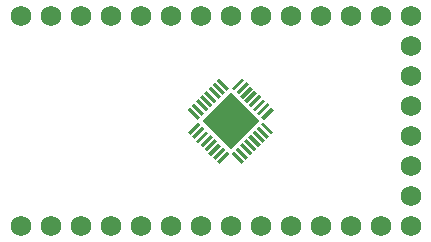
<source format=gts>
G04 (created by PCBNEW (2013-07-07 BZR 4022)-stable) date 10/25/2013 1:54:40 PM*
%MOIN*%
G04 Gerber Fmt 3.4, Leading zero omitted, Abs format*
%FSLAX34Y34*%
G01*
G70*
G90*
G04 APERTURE LIST*
%ADD10C,0.00590551*%
%ADD11C,0.0688976*%
G04 APERTURE END LIST*
G54D10*
G54D11*
X54000Y-24500D03*
X53000Y-31500D03*
X54000Y-31500D03*
X55000Y-31500D03*
X56000Y-31500D03*
X57000Y-31500D03*
X57000Y-30500D03*
X57000Y-29500D03*
X57000Y-28500D03*
X57000Y-27500D03*
X57000Y-26500D03*
X57000Y-25500D03*
X57000Y-24500D03*
X56000Y-24500D03*
X55000Y-24500D03*
X52000Y-31500D03*
X53000Y-24500D03*
X52000Y-24500D03*
X51000Y-24500D03*
X50000Y-24500D03*
X49000Y-24500D03*
X48000Y-24500D03*
X47000Y-24500D03*
X46000Y-24500D03*
X45000Y-24500D03*
X44000Y-31500D03*
X44000Y-24500D03*
X51000Y-31500D03*
X50000Y-31500D03*
X49000Y-31500D03*
X48000Y-31500D03*
X47000Y-31500D03*
X45000Y-31500D03*
X46000Y-31500D03*
G54D10*
G36*
X49649Y-28459D02*
X49566Y-28375D01*
X49900Y-28041D01*
X49983Y-28125D01*
X49649Y-28459D01*
X49649Y-28459D01*
G37*
G36*
X49786Y-28601D02*
X49702Y-28517D01*
X50036Y-28183D01*
X50120Y-28267D01*
X49786Y-28601D01*
X49786Y-28601D01*
G37*
G36*
X49925Y-28740D02*
X49841Y-28656D01*
X50175Y-28322D01*
X50259Y-28406D01*
X49925Y-28740D01*
X49925Y-28740D01*
G37*
G36*
X50064Y-28879D02*
X49981Y-28796D01*
X50315Y-28462D01*
X50398Y-28545D01*
X50064Y-28879D01*
X50064Y-28879D01*
G37*
G36*
X50203Y-29018D02*
X50120Y-28935D01*
X50454Y-28601D01*
X50537Y-28684D01*
X50203Y-29018D01*
X50203Y-29018D01*
G37*
G36*
X50343Y-29158D02*
X50259Y-29074D01*
X50593Y-28740D01*
X50677Y-28824D01*
X50343Y-29158D01*
X50343Y-29158D01*
G37*
G36*
X50482Y-29297D02*
X50398Y-29213D01*
X50732Y-28879D01*
X50816Y-28963D01*
X50482Y-29297D01*
X50482Y-29297D01*
G37*
G36*
X50621Y-29436D02*
X50537Y-29352D01*
X50871Y-29018D01*
X50955Y-29102D01*
X50621Y-29436D01*
X50621Y-29436D01*
G37*
G36*
X52102Y-27955D02*
X52018Y-27871D01*
X52352Y-27537D01*
X52436Y-27621D01*
X52102Y-27955D01*
X52102Y-27955D01*
G37*
G36*
X51963Y-27816D02*
X51879Y-27732D01*
X52213Y-27398D01*
X52297Y-27482D01*
X51963Y-27816D01*
X51963Y-27816D01*
G37*
G36*
X51824Y-27677D02*
X51740Y-27593D01*
X52074Y-27259D01*
X52158Y-27343D01*
X51824Y-27677D01*
X51824Y-27677D01*
G37*
G36*
X51684Y-27537D02*
X51601Y-27454D01*
X51935Y-27120D01*
X52018Y-27203D01*
X51684Y-27537D01*
X51684Y-27537D01*
G37*
G36*
X51545Y-27398D02*
X51462Y-27315D01*
X51796Y-26981D01*
X51879Y-27064D01*
X51545Y-27398D01*
X51545Y-27398D01*
G37*
G36*
X51406Y-27259D02*
X51322Y-27175D01*
X51656Y-26841D01*
X51740Y-26925D01*
X51406Y-27259D01*
X51406Y-27259D01*
G37*
G36*
X51267Y-27120D02*
X51183Y-27036D01*
X51517Y-26702D01*
X51601Y-26786D01*
X51267Y-27120D01*
X51267Y-27120D01*
G37*
G36*
X51128Y-26981D02*
X51044Y-26897D01*
X51378Y-26563D01*
X51462Y-26647D01*
X51128Y-26981D01*
X51128Y-26981D01*
G37*
G36*
X51375Y-29433D02*
X51041Y-29099D01*
X51125Y-29016D01*
X51459Y-29350D01*
X51375Y-29433D01*
X51375Y-29433D01*
G37*
G36*
X51509Y-29288D02*
X51175Y-28954D01*
X51258Y-28871D01*
X51592Y-29205D01*
X51509Y-29288D01*
X51509Y-29288D01*
G37*
G36*
X51648Y-29149D02*
X51314Y-28815D01*
X51398Y-28732D01*
X51732Y-29066D01*
X51648Y-29149D01*
X51648Y-29149D01*
G37*
G36*
X51787Y-29010D02*
X51453Y-28676D01*
X51537Y-28592D01*
X51871Y-28927D01*
X51787Y-29010D01*
X51787Y-29010D01*
G37*
G36*
X51927Y-28871D02*
X51592Y-28537D01*
X51676Y-28453D01*
X52010Y-28787D01*
X51927Y-28871D01*
X51927Y-28871D01*
G37*
G36*
X52066Y-28732D02*
X51732Y-28398D01*
X51815Y-28314D01*
X52149Y-28648D01*
X52066Y-28732D01*
X52066Y-28732D01*
G37*
G36*
X52205Y-28592D02*
X51871Y-28258D01*
X51954Y-28175D01*
X52288Y-28509D01*
X52205Y-28592D01*
X52205Y-28592D01*
G37*
G36*
X52344Y-28453D02*
X52010Y-28119D01*
X52094Y-28036D01*
X52428Y-28370D01*
X52344Y-28453D01*
X52344Y-28453D01*
G37*
G36*
X50880Y-26989D02*
X50546Y-26655D01*
X50629Y-26571D01*
X50963Y-26905D01*
X50880Y-26989D01*
X50880Y-26989D01*
G37*
G36*
X50741Y-27128D02*
X50407Y-26794D01*
X50490Y-26711D01*
X50824Y-27045D01*
X50741Y-27128D01*
X50741Y-27128D01*
G37*
G36*
X50601Y-27267D02*
X50267Y-26933D01*
X50351Y-26850D01*
X50685Y-27184D01*
X50601Y-27267D01*
X50601Y-27267D01*
G37*
G36*
X50462Y-27407D02*
X50128Y-27072D01*
X50212Y-26989D01*
X50546Y-27323D01*
X50462Y-27407D01*
X50462Y-27407D01*
G37*
G36*
X50323Y-27546D02*
X49989Y-27212D01*
X50072Y-27128D01*
X50407Y-27462D01*
X50323Y-27546D01*
X50323Y-27546D01*
G37*
G36*
X50184Y-27685D02*
X49850Y-27351D01*
X49933Y-27267D01*
X50267Y-27601D01*
X50184Y-27685D01*
X50184Y-27685D01*
G37*
G36*
X50045Y-27824D02*
X49711Y-27490D01*
X49794Y-27407D01*
X50128Y-27741D01*
X50045Y-27824D01*
X50045Y-27824D01*
G37*
G36*
X49905Y-27963D02*
X49571Y-27629D01*
X49655Y-27546D01*
X49989Y-27880D01*
X49905Y-27963D01*
X49905Y-27963D01*
G37*
G36*
X51000Y-28946D02*
X50053Y-28000D01*
X51000Y-27053D01*
X51946Y-28000D01*
X51000Y-28946D01*
X51000Y-28946D01*
G37*
M02*

</source>
